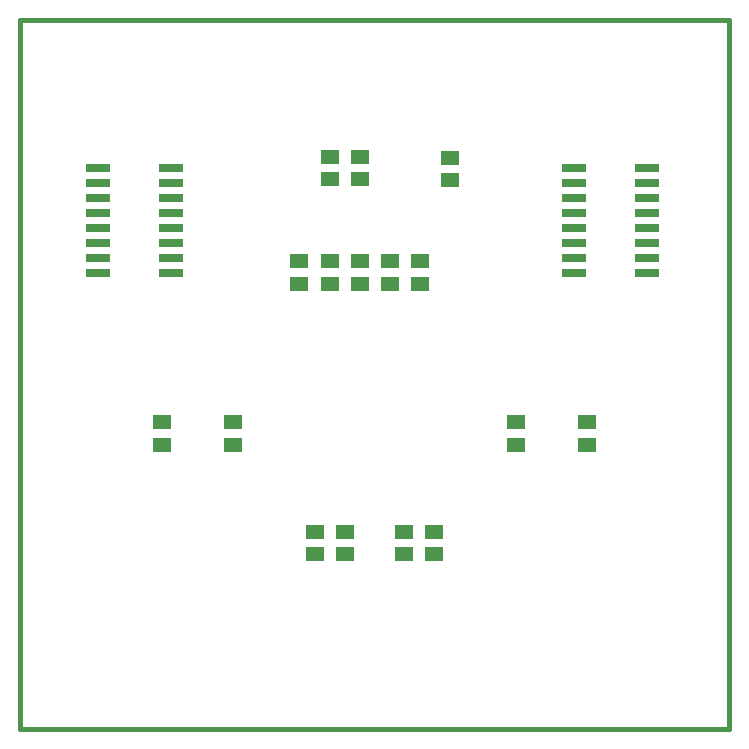
<source format=gbp>
G75*
%MOIN*%
%OFA0B0*%
%FSLAX25Y25*%
%IPPOS*%
%LPD*%
%AMOC8*
5,1,8,0,0,1.08239X$1,22.5*
%
%ADD10C,0.01600*%
%ADD11R,0.05906X0.05118*%
%ADD12R,0.08000X0.02600*%
D10*
X0001800Y0001800D02*
X0001800Y0238020D01*
X0238020Y0238020D01*
X0238020Y0001800D01*
X0001800Y0001800D01*
D11*
X0049044Y0096485D03*
X0049044Y0103965D03*
X0072666Y0103965D03*
X0072666Y0096485D03*
X0100068Y0067410D03*
X0100068Y0059930D03*
X0110068Y0059930D03*
X0110068Y0067410D03*
X0129753Y0067410D03*
X0129753Y0059930D03*
X0139625Y0059930D03*
X0139625Y0067410D03*
X0167154Y0096485D03*
X0167154Y0103965D03*
X0190776Y0103965D03*
X0190776Y0096485D03*
X0134910Y0150137D03*
X0134910Y0157617D03*
X0124910Y0157617D03*
X0124910Y0150137D03*
X0114930Y0150137D03*
X0114930Y0157617D03*
X0104910Y0157617D03*
X0104910Y0150137D03*
X0094881Y0150137D03*
X0094881Y0157617D03*
X0104910Y0185068D03*
X0104910Y0192548D03*
X0114910Y0192548D03*
X0114910Y0185068D03*
X0144910Y0184674D03*
X0144910Y0192154D03*
D12*
X0186550Y0188591D03*
X0186550Y0183591D03*
X0186550Y0178591D03*
X0186550Y0173591D03*
X0186550Y0168591D03*
X0186550Y0163591D03*
X0186550Y0158591D03*
X0186550Y0153591D03*
X0210750Y0153591D03*
X0210750Y0158591D03*
X0210750Y0163591D03*
X0210750Y0168591D03*
X0210750Y0173591D03*
X0210750Y0178591D03*
X0210750Y0183591D03*
X0210750Y0188591D03*
X0052030Y0188591D03*
X0052030Y0183591D03*
X0052030Y0178591D03*
X0052030Y0173591D03*
X0052030Y0168591D03*
X0052030Y0163591D03*
X0052030Y0158591D03*
X0052030Y0153591D03*
X0027830Y0153591D03*
X0027830Y0158591D03*
X0027830Y0163591D03*
X0027830Y0168591D03*
X0027830Y0173591D03*
X0027830Y0178591D03*
X0027830Y0183591D03*
X0027830Y0188591D03*
M02*

</source>
